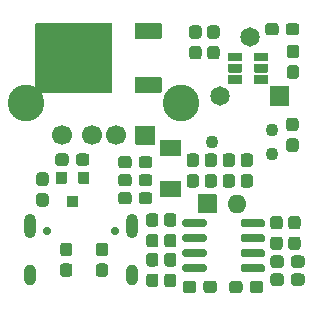
<source format=gbr>
%TF.GenerationSoftware,KiCad,Pcbnew,(5.1.8-0-10_14)*%
%TF.CreationDate,2021-01-24T23:40:28+01:00*%
%TF.ProjectId,clapruptor,636c6170-7275-4707-946f-722e6b696361,rev?*%
%TF.SameCoordinates,Original*%
%TF.FileFunction,Soldermask,Bot*%
%TF.FilePolarity,Negative*%
%FSLAX46Y46*%
G04 Gerber Fmt 4.6, Leading zero omitted, Abs format (unit mm)*
G04 Created by KiCad (PCBNEW (5.1.8-0-10_14)) date 2021-01-24 23:40:28*
%MOMM*%
%LPD*%
G01*
G04 APERTURE LIST*
%ADD10C,1.650000*%
%ADD11O,1.600000X1.600000*%
%ADD12C,0.700000*%
%ADD13O,1.000000X1.800000*%
%ADD14O,1.000000X2.100000*%
%ADD15C,1.090600*%
%ADD16C,1.700000*%
%ADD17C,3.100000*%
G04 APERTURE END LIST*
D10*
%TO.C,RV1*%
X165063800Y-75010000D03*
G36*
G01*
X168388800Y-79235000D02*
X168388800Y-80785000D01*
G75*
G02*
X168338800Y-80835000I-50000J0D01*
G01*
X166788800Y-80835000D01*
G75*
G02*
X166738800Y-80785000I0J50000D01*
G01*
X166738800Y-79235000D01*
G75*
G02*
X166788800Y-79185000I50000J0D01*
G01*
X168338800Y-79185000D01*
G75*
G02*
X168388800Y-79235000I0J-50000D01*
G01*
G37*
X162563800Y-80010000D03*
%TD*%
%TO.C,R8*%
G36*
G01*
X168092400Y-74596900D02*
X168092400Y-74071900D01*
G75*
G02*
X168354900Y-73809400I262500J0D01*
G01*
X168979900Y-73809400D01*
G75*
G02*
X169242400Y-74071900I0J-262500D01*
G01*
X169242400Y-74596900D01*
G75*
G02*
X168979900Y-74859400I-262500J0D01*
G01*
X168354900Y-74859400D01*
G75*
G02*
X168092400Y-74596900I0J262500D01*
G01*
G37*
G36*
G01*
X166342400Y-74596900D02*
X166342400Y-74071900D01*
G75*
G02*
X166604900Y-73809400I262500J0D01*
G01*
X167229900Y-73809400D01*
G75*
G02*
X167492400Y-74071900I0J-262500D01*
G01*
X167492400Y-74596900D01*
G75*
G02*
X167229900Y-74859400I-262500J0D01*
G01*
X166604900Y-74859400D01*
G75*
G02*
X166342400Y-74596900I0J262500D01*
G01*
G37*
%TD*%
%TO.C,C1*%
G36*
G01*
X165043100Y-96426900D02*
X165043100Y-95901900D01*
G75*
G02*
X165305600Y-95639400I262500J0D01*
G01*
X165930600Y-95639400D01*
G75*
G02*
X166193100Y-95901900I0J-262500D01*
G01*
X166193100Y-96426900D01*
G75*
G02*
X165930600Y-96689400I-262500J0D01*
G01*
X165305600Y-96689400D01*
G75*
G02*
X165043100Y-96426900I0J262500D01*
G01*
G37*
G36*
G01*
X163293100Y-96426900D02*
X163293100Y-95901900D01*
G75*
G02*
X163555600Y-95639400I262500J0D01*
G01*
X164180600Y-95639400D01*
G75*
G02*
X164443100Y-95901900I0J-262500D01*
G01*
X164443100Y-96426900D01*
G75*
G02*
X164180600Y-96689400I-262500J0D01*
G01*
X163555600Y-96689400D01*
G75*
G02*
X163293100Y-96426900I0J262500D01*
G01*
G37*
%TD*%
%TO.C,R9*%
G36*
G01*
X158055700Y-91662500D02*
X158580700Y-91662500D01*
G75*
G02*
X158843200Y-91925000I0J-262500D01*
G01*
X158843200Y-92550000D01*
G75*
G02*
X158580700Y-92812500I-262500J0D01*
G01*
X158055700Y-92812500D01*
G75*
G02*
X157793200Y-92550000I0J262500D01*
G01*
X157793200Y-91925000D01*
G75*
G02*
X158055700Y-91662500I262500J0D01*
G01*
G37*
G36*
G01*
X158055700Y-89912500D02*
X158580700Y-89912500D01*
G75*
G02*
X158843200Y-90175000I0J-262500D01*
G01*
X158843200Y-90800000D01*
G75*
G02*
X158580700Y-91062500I-262500J0D01*
G01*
X158055700Y-91062500D01*
G75*
G02*
X157793200Y-90800000I0J262500D01*
G01*
X157793200Y-90175000D01*
G75*
G02*
X158055700Y-89912500I262500J0D01*
G01*
G37*
%TD*%
%TO.C,MK1*%
G36*
G01*
X160692400Y-88328600D02*
X162192400Y-88328600D01*
G75*
G02*
X162242400Y-88378600I0J-50000D01*
G01*
X162242400Y-89878600D01*
G75*
G02*
X162192400Y-89928600I-50000J0D01*
G01*
X160692400Y-89928600D01*
G75*
G02*
X160642400Y-89878600I0J50000D01*
G01*
X160642400Y-88378600D01*
G75*
G02*
X160692400Y-88328600I50000J0D01*
G01*
G37*
D11*
X163982400Y-89128600D03*
%TD*%
%TO.C,R11*%
G36*
G01*
X163533700Y-86007900D02*
X163008700Y-86007900D01*
G75*
G02*
X162746200Y-85745400I0J262500D01*
G01*
X162746200Y-85120400D01*
G75*
G02*
X163008700Y-84857900I262500J0D01*
G01*
X163533700Y-84857900D01*
G75*
G02*
X163796200Y-85120400I0J-262500D01*
G01*
X163796200Y-85745400D01*
G75*
G02*
X163533700Y-86007900I-262500J0D01*
G01*
G37*
G36*
G01*
X163533700Y-87757900D02*
X163008700Y-87757900D01*
G75*
G02*
X162746200Y-87495400I0J262500D01*
G01*
X162746200Y-86870400D01*
G75*
G02*
X163008700Y-86607900I262500J0D01*
G01*
X163533700Y-86607900D01*
G75*
G02*
X163796200Y-86870400I0J-262500D01*
G01*
X163796200Y-87495400D01*
G75*
G02*
X163533700Y-87757900I-262500J0D01*
G01*
G37*
%TD*%
%TO.C,C9*%
G36*
G01*
X162009700Y-86007900D02*
X161484700Y-86007900D01*
G75*
G02*
X161222200Y-85745400I0J262500D01*
G01*
X161222200Y-85120400D01*
G75*
G02*
X161484700Y-84857900I262500J0D01*
G01*
X162009700Y-84857900D01*
G75*
G02*
X162272200Y-85120400I0J-262500D01*
G01*
X162272200Y-85745400D01*
G75*
G02*
X162009700Y-86007900I-262500J0D01*
G01*
G37*
G36*
G01*
X162009700Y-87757900D02*
X161484700Y-87757900D01*
G75*
G02*
X161222200Y-87495400I0J262500D01*
G01*
X161222200Y-86870400D01*
G75*
G02*
X161484700Y-86607900I262500J0D01*
G01*
X162009700Y-86607900D01*
G75*
G02*
X162272200Y-86870400I0J-262500D01*
G01*
X162272200Y-87495400D01*
G75*
G02*
X162009700Y-87757900I-262500J0D01*
G01*
G37*
%TD*%
%TO.C,R14*%
G36*
G01*
X165057700Y-86007900D02*
X164532700Y-86007900D01*
G75*
G02*
X164270200Y-85745400I0J262500D01*
G01*
X164270200Y-85120400D01*
G75*
G02*
X164532700Y-84857900I262500J0D01*
G01*
X165057700Y-84857900D01*
G75*
G02*
X165320200Y-85120400I0J-262500D01*
G01*
X165320200Y-85745400D01*
G75*
G02*
X165057700Y-86007900I-262500J0D01*
G01*
G37*
G36*
G01*
X165057700Y-87757900D02*
X164532700Y-87757900D01*
G75*
G02*
X164270200Y-87495400I0J262500D01*
G01*
X164270200Y-86870400D01*
G75*
G02*
X164532700Y-86607900I262500J0D01*
G01*
X165057700Y-86607900D01*
G75*
G02*
X165320200Y-86870400I0J-262500D01*
G01*
X165320200Y-87495400D01*
G75*
G02*
X165057700Y-87757900I-262500J0D01*
G01*
G37*
%TD*%
%TO.C,R17*%
G36*
G01*
X161120100Y-96414200D02*
X161120100Y-95889200D01*
G75*
G02*
X161382600Y-95626700I262500J0D01*
G01*
X162007600Y-95626700D01*
G75*
G02*
X162270100Y-95889200I0J-262500D01*
G01*
X162270100Y-96414200D01*
G75*
G02*
X162007600Y-96676700I-262500J0D01*
G01*
X161382600Y-96676700D01*
G75*
G02*
X161120100Y-96414200I0J262500D01*
G01*
G37*
G36*
G01*
X159370100Y-96414200D02*
X159370100Y-95889200D01*
G75*
G02*
X159632600Y-95626700I262500J0D01*
G01*
X160257600Y-95626700D01*
G75*
G02*
X160520100Y-95889200I0J-262500D01*
G01*
X160520100Y-96414200D01*
G75*
G02*
X160257600Y-96676700I-262500J0D01*
G01*
X159632600Y-96676700D01*
G75*
G02*
X159370100Y-96414200I0J262500D01*
G01*
G37*
%TD*%
%TO.C,C11*%
G36*
G01*
X168393500Y-83575200D02*
X168918500Y-83575200D01*
G75*
G02*
X169181000Y-83837700I0J-262500D01*
G01*
X169181000Y-84462700D01*
G75*
G02*
X168918500Y-84725200I-262500J0D01*
G01*
X168393500Y-84725200D01*
G75*
G02*
X168131000Y-84462700I0J262500D01*
G01*
X168131000Y-83837700D01*
G75*
G02*
X168393500Y-83575200I262500J0D01*
G01*
G37*
G36*
G01*
X168393500Y-81825200D02*
X168918500Y-81825200D01*
G75*
G02*
X169181000Y-82087700I0J-262500D01*
G01*
X169181000Y-82712700D01*
G75*
G02*
X168918500Y-82975200I-262500J0D01*
G01*
X168393500Y-82975200D01*
G75*
G02*
X168131000Y-82712700I0J262500D01*
G01*
X168131000Y-82087700D01*
G75*
G02*
X168393500Y-81825200I262500J0D01*
G01*
G37*
%TD*%
%TO.C,D1*%
G36*
G01*
X157455500Y-87178800D02*
X159155500Y-87178800D01*
G75*
G02*
X159205500Y-87228800I0J-50000D01*
G01*
X159205500Y-88528800D01*
G75*
G02*
X159155500Y-88578800I-50000J0D01*
G01*
X157455500Y-88578800D01*
G75*
G02*
X157405500Y-88528800I0J50000D01*
G01*
X157405500Y-87228800D01*
G75*
G02*
X157455500Y-87178800I50000J0D01*
G01*
G37*
G36*
G01*
X157455500Y-83678800D02*
X159155500Y-83678800D01*
G75*
G02*
X159205500Y-83728800I0J-50000D01*
G01*
X159205500Y-85028800D01*
G75*
G02*
X159155500Y-85078800I-50000J0D01*
G01*
X157455500Y-85078800D01*
G75*
G02*
X157405500Y-85028800I0J50000D01*
G01*
X157405500Y-83728800D01*
G75*
G02*
X157455500Y-83678800I50000J0D01*
G01*
G37*
%TD*%
%TO.C,R16*%
G36*
G01*
X152789500Y-93564400D02*
X152264500Y-93564400D01*
G75*
G02*
X152002000Y-93301900I0J262500D01*
G01*
X152002000Y-92676900D01*
G75*
G02*
X152264500Y-92414400I262500J0D01*
G01*
X152789500Y-92414400D01*
G75*
G02*
X153052000Y-92676900I0J-262500D01*
G01*
X153052000Y-93301900D01*
G75*
G02*
X152789500Y-93564400I-262500J0D01*
G01*
G37*
G36*
G01*
X152789500Y-95314400D02*
X152264500Y-95314400D01*
G75*
G02*
X152002000Y-95051900I0J262500D01*
G01*
X152002000Y-94426900D01*
G75*
G02*
X152264500Y-94164400I262500J0D01*
G01*
X152789500Y-94164400D01*
G75*
G02*
X153052000Y-94426900I0J-262500D01*
G01*
X153052000Y-95051900D01*
G75*
G02*
X152789500Y-95314400I-262500J0D01*
G01*
G37*
%TD*%
%TO.C,R15*%
G36*
G01*
X149766900Y-93564400D02*
X149241900Y-93564400D01*
G75*
G02*
X148979400Y-93301900I0J262500D01*
G01*
X148979400Y-92676900D01*
G75*
G02*
X149241900Y-92414400I262500J0D01*
G01*
X149766900Y-92414400D01*
G75*
G02*
X150029400Y-92676900I0J-262500D01*
G01*
X150029400Y-93301900D01*
G75*
G02*
X149766900Y-93564400I-262500J0D01*
G01*
G37*
G36*
G01*
X149766900Y-95314400D02*
X149241900Y-95314400D01*
G75*
G02*
X148979400Y-95051900I0J262500D01*
G01*
X148979400Y-94426900D01*
G75*
G02*
X149241900Y-94164400I262500J0D01*
G01*
X149766900Y-94164400D01*
G75*
G02*
X150029400Y-94426900I0J-262500D01*
G01*
X150029400Y-95051900D01*
G75*
G02*
X149766900Y-95314400I-262500J0D01*
G01*
G37*
%TD*%
D12*
%TO.C,J4*%
X147873700Y-91445700D03*
X153653700Y-91445700D03*
D13*
X155083700Y-95135700D03*
X146443700Y-95135700D03*
D14*
X155083700Y-90965700D03*
X146443700Y-90965700D03*
%TD*%
D15*
%TO.C,J3*%
X161823400Y-83870800D03*
X166903400Y-84886800D03*
X166903400Y-82854800D03*
%TD*%
%TO.C,R13*%
G36*
G01*
X162225600Y-75149400D02*
X161700600Y-75149400D01*
G75*
G02*
X161438100Y-74886900I0J262500D01*
G01*
X161438100Y-74261900D01*
G75*
G02*
X161700600Y-73999400I262500J0D01*
G01*
X162225600Y-73999400D01*
G75*
G02*
X162488100Y-74261900I0J-262500D01*
G01*
X162488100Y-74886900D01*
G75*
G02*
X162225600Y-75149400I-262500J0D01*
G01*
G37*
G36*
G01*
X162225600Y-76899400D02*
X161700600Y-76899400D01*
G75*
G02*
X161438100Y-76636900I0J262500D01*
G01*
X161438100Y-76011900D01*
G75*
G02*
X161700600Y-75749400I262500J0D01*
G01*
X162225600Y-75749400D01*
G75*
G02*
X162488100Y-76011900I0J-262500D01*
G01*
X162488100Y-76636900D01*
G75*
G02*
X162225600Y-76899400I-262500J0D01*
G01*
G37*
%TD*%
%TO.C,R12*%
G36*
G01*
X168969300Y-76789000D02*
X168444300Y-76789000D01*
G75*
G02*
X168181800Y-76526500I0J262500D01*
G01*
X168181800Y-75901500D01*
G75*
G02*
X168444300Y-75639000I262500J0D01*
G01*
X168969300Y-75639000D01*
G75*
G02*
X169231800Y-75901500I0J-262500D01*
G01*
X169231800Y-76526500D01*
G75*
G02*
X168969300Y-76789000I-262500J0D01*
G01*
G37*
G36*
G01*
X168969300Y-78539000D02*
X168444300Y-78539000D01*
G75*
G02*
X168181800Y-78276500I0J262500D01*
G01*
X168181800Y-77651500D01*
G75*
G02*
X168444300Y-77389000I262500J0D01*
G01*
X168969300Y-77389000D01*
G75*
G02*
X169231800Y-77651500I0J-262500D01*
G01*
X169231800Y-78276500D01*
G75*
G02*
X168969300Y-78539000I-262500J0D01*
G01*
G37*
%TD*%
%TO.C,U3*%
G36*
G01*
X149637800Y-88422100D02*
X150437800Y-88422100D01*
G75*
G02*
X150487800Y-88472100I0J-50000D01*
G01*
X150487800Y-89372100D01*
G75*
G02*
X150437800Y-89422100I-50000J0D01*
G01*
X149637800Y-89422100D01*
G75*
G02*
X149587800Y-89372100I0J50000D01*
G01*
X149587800Y-88472100D01*
G75*
G02*
X149637800Y-88422100I50000J0D01*
G01*
G37*
G36*
G01*
X150587800Y-86422100D02*
X151387800Y-86422100D01*
G75*
G02*
X151437800Y-86472100I0J-50000D01*
G01*
X151437800Y-87372100D01*
G75*
G02*
X151387800Y-87422100I-50000J0D01*
G01*
X150587800Y-87422100D01*
G75*
G02*
X150537800Y-87372100I0J50000D01*
G01*
X150537800Y-86472100D01*
G75*
G02*
X150587800Y-86422100I50000J0D01*
G01*
G37*
G36*
G01*
X148687800Y-86422100D02*
X149487800Y-86422100D01*
G75*
G02*
X149537800Y-86472100I0J-50000D01*
G01*
X149537800Y-87372100D01*
G75*
G02*
X149487800Y-87422100I-50000J0D01*
G01*
X148687800Y-87422100D01*
G75*
G02*
X148637800Y-87372100I0J50000D01*
G01*
X148637800Y-86472100D01*
G75*
G02*
X148687800Y-86422100I50000J0D01*
G01*
G37*
%TD*%
%TO.C,U2*%
G36*
G01*
X165411900Y-77960100D02*
X165411900Y-77310100D01*
G75*
G02*
X165461900Y-77260100I50000J0D01*
G01*
X166521900Y-77260100D01*
G75*
G02*
X166571900Y-77310100I0J-50000D01*
G01*
X166571900Y-77960100D01*
G75*
G02*
X166521900Y-78010100I-50000J0D01*
G01*
X165461900Y-78010100D01*
G75*
G02*
X165411900Y-77960100I0J50000D01*
G01*
G37*
G36*
G01*
X165411900Y-78910100D02*
X165411900Y-78260100D01*
G75*
G02*
X165461900Y-78210100I50000J0D01*
G01*
X166521900Y-78210100D01*
G75*
G02*
X166571900Y-78260100I0J-50000D01*
G01*
X166571900Y-78910100D01*
G75*
G02*
X166521900Y-78960100I-50000J0D01*
G01*
X165461900Y-78960100D01*
G75*
G02*
X165411900Y-78910100I0J50000D01*
G01*
G37*
G36*
G01*
X165411900Y-77010100D02*
X165411900Y-76360100D01*
G75*
G02*
X165461900Y-76310100I50000J0D01*
G01*
X166521900Y-76310100D01*
G75*
G02*
X166571900Y-76360100I0J-50000D01*
G01*
X166571900Y-77010100D01*
G75*
G02*
X166521900Y-77060100I-50000J0D01*
G01*
X165461900Y-77060100D01*
G75*
G02*
X165411900Y-77010100I0J50000D01*
G01*
G37*
G36*
G01*
X163211900Y-77010100D02*
X163211900Y-76360100D01*
G75*
G02*
X163261900Y-76310100I50000J0D01*
G01*
X164321900Y-76310100D01*
G75*
G02*
X164371900Y-76360100I0J-50000D01*
G01*
X164371900Y-77010100D01*
G75*
G02*
X164321900Y-77060100I-50000J0D01*
G01*
X163261900Y-77060100D01*
G75*
G02*
X163211900Y-77010100I0J50000D01*
G01*
G37*
G36*
G01*
X163211900Y-77960100D02*
X163211900Y-77310100D01*
G75*
G02*
X163261900Y-77260100I50000J0D01*
G01*
X164321900Y-77260100D01*
G75*
G02*
X164371900Y-77310100I0J-50000D01*
G01*
X164371900Y-77960100D01*
G75*
G02*
X164321900Y-78010100I-50000J0D01*
G01*
X163261900Y-78010100D01*
G75*
G02*
X163211900Y-77960100I0J50000D01*
G01*
G37*
G36*
G01*
X163211900Y-78910100D02*
X163211900Y-78260100D01*
G75*
G02*
X163261900Y-78210100I50000J0D01*
G01*
X164321900Y-78210100D01*
G75*
G02*
X164371900Y-78260100I0J-50000D01*
G01*
X164371900Y-78910100D01*
G75*
G02*
X164321900Y-78960100I-50000J0D01*
G01*
X163261900Y-78960100D01*
G75*
G02*
X163211900Y-78910100I0J50000D01*
G01*
G37*
%TD*%
%TO.C,U1*%
G36*
G01*
X161387900Y-90579200D02*
X161387900Y-90929200D01*
G75*
G02*
X161212900Y-91104200I-175000J0D01*
G01*
X159512900Y-91104200D01*
G75*
G02*
X159337900Y-90929200I0J175000D01*
G01*
X159337900Y-90579200D01*
G75*
G02*
X159512900Y-90404200I175000J0D01*
G01*
X161212900Y-90404200D01*
G75*
G02*
X161387900Y-90579200I0J-175000D01*
G01*
G37*
G36*
G01*
X161387900Y-91849200D02*
X161387900Y-92199200D01*
G75*
G02*
X161212900Y-92374200I-175000J0D01*
G01*
X159512900Y-92374200D01*
G75*
G02*
X159337900Y-92199200I0J175000D01*
G01*
X159337900Y-91849200D01*
G75*
G02*
X159512900Y-91674200I175000J0D01*
G01*
X161212900Y-91674200D01*
G75*
G02*
X161387900Y-91849200I0J-175000D01*
G01*
G37*
G36*
G01*
X161387900Y-93119200D02*
X161387900Y-93469200D01*
G75*
G02*
X161212900Y-93644200I-175000J0D01*
G01*
X159512900Y-93644200D01*
G75*
G02*
X159337900Y-93469200I0J175000D01*
G01*
X159337900Y-93119200D01*
G75*
G02*
X159512900Y-92944200I175000J0D01*
G01*
X161212900Y-92944200D01*
G75*
G02*
X161387900Y-93119200I0J-175000D01*
G01*
G37*
G36*
G01*
X161387900Y-94389200D02*
X161387900Y-94739200D01*
G75*
G02*
X161212900Y-94914200I-175000J0D01*
G01*
X159512900Y-94914200D01*
G75*
G02*
X159337900Y-94739200I0J175000D01*
G01*
X159337900Y-94389200D01*
G75*
G02*
X159512900Y-94214200I175000J0D01*
G01*
X161212900Y-94214200D01*
G75*
G02*
X161387900Y-94389200I0J-175000D01*
G01*
G37*
G36*
G01*
X166337900Y-94389200D02*
X166337900Y-94739200D01*
G75*
G02*
X166162900Y-94914200I-175000J0D01*
G01*
X164462900Y-94914200D01*
G75*
G02*
X164287900Y-94739200I0J175000D01*
G01*
X164287900Y-94389200D01*
G75*
G02*
X164462900Y-94214200I175000J0D01*
G01*
X166162900Y-94214200D01*
G75*
G02*
X166337900Y-94389200I0J-175000D01*
G01*
G37*
G36*
G01*
X166337900Y-93119200D02*
X166337900Y-93469200D01*
G75*
G02*
X166162900Y-93644200I-175000J0D01*
G01*
X164462900Y-93644200D01*
G75*
G02*
X164287900Y-93469200I0J175000D01*
G01*
X164287900Y-93119200D01*
G75*
G02*
X164462900Y-92944200I175000J0D01*
G01*
X166162900Y-92944200D01*
G75*
G02*
X166337900Y-93119200I0J-175000D01*
G01*
G37*
G36*
G01*
X166337900Y-91849200D02*
X166337900Y-92199200D01*
G75*
G02*
X166162900Y-92374200I-175000J0D01*
G01*
X164462900Y-92374200D01*
G75*
G02*
X164287900Y-92199200I0J175000D01*
G01*
X164287900Y-91849200D01*
G75*
G02*
X164462900Y-91674200I175000J0D01*
G01*
X166162900Y-91674200D01*
G75*
G02*
X166337900Y-91849200I0J-175000D01*
G01*
G37*
G36*
G01*
X166337900Y-90579200D02*
X166337900Y-90929200D01*
G75*
G02*
X166162900Y-91104200I-175000J0D01*
G01*
X164462900Y-91104200D01*
G75*
G02*
X164287900Y-90929200I0J175000D01*
G01*
X164287900Y-90579200D01*
G75*
G02*
X164462900Y-90404200I175000J0D01*
G01*
X166162900Y-90404200D01*
G75*
G02*
X166337900Y-90579200I0J-175000D01*
G01*
G37*
%TD*%
%TO.C,R10*%
G36*
G01*
X160485700Y-86007900D02*
X159960700Y-86007900D01*
G75*
G02*
X159698200Y-85745400I0J262500D01*
G01*
X159698200Y-85120400D01*
G75*
G02*
X159960700Y-84857900I262500J0D01*
G01*
X160485700Y-84857900D01*
G75*
G02*
X160748200Y-85120400I0J-262500D01*
G01*
X160748200Y-85745400D01*
G75*
G02*
X160485700Y-86007900I-262500J0D01*
G01*
G37*
G36*
G01*
X160485700Y-87757900D02*
X159960700Y-87757900D01*
G75*
G02*
X159698200Y-87495400I0J262500D01*
G01*
X159698200Y-86870400D01*
G75*
G02*
X159960700Y-86607900I262500J0D01*
G01*
X160485700Y-86607900D01*
G75*
G02*
X160748200Y-86870400I0J-262500D01*
G01*
X160748200Y-87495400D01*
G75*
G02*
X160485700Y-87757900I-262500J0D01*
G01*
G37*
%TD*%
%TO.C,R7*%
G36*
G01*
X156531700Y-91665100D02*
X157056700Y-91665100D01*
G75*
G02*
X157319200Y-91927600I0J-262500D01*
G01*
X157319200Y-92552600D01*
G75*
G02*
X157056700Y-92815100I-262500J0D01*
G01*
X156531700Y-92815100D01*
G75*
G02*
X156269200Y-92552600I0J262500D01*
G01*
X156269200Y-91927600D01*
G75*
G02*
X156531700Y-91665100I262500J0D01*
G01*
G37*
G36*
G01*
X156531700Y-89915100D02*
X157056700Y-89915100D01*
G75*
G02*
X157319200Y-90177600I0J-262500D01*
G01*
X157319200Y-90802600D01*
G75*
G02*
X157056700Y-91065100I-262500J0D01*
G01*
X156531700Y-91065100D01*
G75*
G02*
X156269200Y-90802600I0J262500D01*
G01*
X156269200Y-90177600D01*
G75*
G02*
X156531700Y-89915100I262500J0D01*
G01*
G37*
%TD*%
%TO.C,R6*%
G36*
G01*
X157056700Y-94428000D02*
X156531700Y-94428000D01*
G75*
G02*
X156269200Y-94165500I0J262500D01*
G01*
X156269200Y-93540500D01*
G75*
G02*
X156531700Y-93278000I262500J0D01*
G01*
X157056700Y-93278000D01*
G75*
G02*
X157319200Y-93540500I0J-262500D01*
G01*
X157319200Y-94165500D01*
G75*
G02*
X157056700Y-94428000I-262500J0D01*
G01*
G37*
G36*
G01*
X157056700Y-96178000D02*
X156531700Y-96178000D01*
G75*
G02*
X156269200Y-95915500I0J262500D01*
G01*
X156269200Y-95290500D01*
G75*
G02*
X156531700Y-95028000I262500J0D01*
G01*
X157056700Y-95028000D01*
G75*
G02*
X157319200Y-95290500I0J-262500D01*
G01*
X157319200Y-95915500D01*
G75*
G02*
X157056700Y-96178000I-262500J0D01*
G01*
G37*
%TD*%
%TO.C,R5*%
G36*
G01*
X167047300Y-91891100D02*
X167572300Y-91891100D01*
G75*
G02*
X167834800Y-92153600I0J-262500D01*
G01*
X167834800Y-92778600D01*
G75*
G02*
X167572300Y-93041100I-262500J0D01*
G01*
X167047300Y-93041100D01*
G75*
G02*
X166784800Y-92778600I0J262500D01*
G01*
X166784800Y-92153600D01*
G75*
G02*
X167047300Y-91891100I262500J0D01*
G01*
G37*
G36*
G01*
X167047300Y-90141100D02*
X167572300Y-90141100D01*
G75*
G02*
X167834800Y-90403600I0J-262500D01*
G01*
X167834800Y-91028600D01*
G75*
G02*
X167572300Y-91291100I-262500J0D01*
G01*
X167047300Y-91291100D01*
G75*
G02*
X166784800Y-91028600I0J262500D01*
G01*
X166784800Y-90403600D01*
G75*
G02*
X167047300Y-90141100I262500J0D01*
G01*
G37*
%TD*%
%TO.C,R4*%
G36*
G01*
X155645160Y-88908500D02*
X155645160Y-88383500D01*
G75*
G02*
X155907660Y-88121000I262500J0D01*
G01*
X156532660Y-88121000D01*
G75*
G02*
X156795160Y-88383500I0J-262500D01*
G01*
X156795160Y-88908500D01*
G75*
G02*
X156532660Y-89171000I-262500J0D01*
G01*
X155907660Y-89171000D01*
G75*
G02*
X155645160Y-88908500I0J262500D01*
G01*
G37*
G36*
G01*
X153895160Y-88908500D02*
X153895160Y-88383500D01*
G75*
G02*
X154157660Y-88121000I262500J0D01*
G01*
X154782660Y-88121000D01*
G75*
G02*
X155045160Y-88383500I0J-262500D01*
G01*
X155045160Y-88908500D01*
G75*
G02*
X154782660Y-89171000I-262500J0D01*
G01*
X154157660Y-89171000D01*
G75*
G02*
X153895160Y-88908500I0J262500D01*
G01*
G37*
%TD*%
%TO.C,R3*%
G36*
G01*
X155045160Y-85335500D02*
X155045160Y-85860500D01*
G75*
G02*
X154782660Y-86123000I-262500J0D01*
G01*
X154157660Y-86123000D01*
G75*
G02*
X153895160Y-85860500I0J262500D01*
G01*
X153895160Y-85335500D01*
G75*
G02*
X154157660Y-85073000I262500J0D01*
G01*
X154782660Y-85073000D01*
G75*
G02*
X155045160Y-85335500I0J-262500D01*
G01*
G37*
G36*
G01*
X156795160Y-85335500D02*
X156795160Y-85860500D01*
G75*
G02*
X156532660Y-86123000I-262500J0D01*
G01*
X155907660Y-86123000D01*
G75*
G02*
X155645160Y-85860500I0J262500D01*
G01*
X155645160Y-85335500D01*
G75*
G02*
X155907660Y-85073000I262500J0D01*
G01*
X156532660Y-85073000D01*
G75*
G02*
X156795160Y-85335500I0J-262500D01*
G01*
G37*
%TD*%
%TO.C,R2*%
G36*
G01*
X168558600Y-91891100D02*
X169083600Y-91891100D01*
G75*
G02*
X169346100Y-92153600I0J-262500D01*
G01*
X169346100Y-92778600D01*
G75*
G02*
X169083600Y-93041100I-262500J0D01*
G01*
X168558600Y-93041100D01*
G75*
G02*
X168296100Y-92778600I0J262500D01*
G01*
X168296100Y-92153600D01*
G75*
G02*
X168558600Y-91891100I262500J0D01*
G01*
G37*
G36*
G01*
X168558600Y-90141100D02*
X169083600Y-90141100D01*
G75*
G02*
X169346100Y-90403600I0J-262500D01*
G01*
X169346100Y-91028600D01*
G75*
G02*
X169083600Y-91291100I-262500J0D01*
G01*
X168558600Y-91291100D01*
G75*
G02*
X168296100Y-91028600I0J262500D01*
G01*
X168296100Y-90403600D01*
G75*
G02*
X168558600Y-90141100I262500J0D01*
G01*
G37*
%TD*%
%TO.C,R1*%
G36*
G01*
X168535600Y-95804600D02*
X168535600Y-95279600D01*
G75*
G02*
X168798100Y-95017100I262500J0D01*
G01*
X169423100Y-95017100D01*
G75*
G02*
X169685600Y-95279600I0J-262500D01*
G01*
X169685600Y-95804600D01*
G75*
G02*
X169423100Y-96067100I-262500J0D01*
G01*
X168798100Y-96067100D01*
G75*
G02*
X168535600Y-95804600I0J262500D01*
G01*
G37*
G36*
G01*
X166785600Y-95804600D02*
X166785600Y-95279600D01*
G75*
G02*
X167048100Y-95017100I262500J0D01*
G01*
X167673100Y-95017100D01*
G75*
G02*
X167935600Y-95279600I0J-262500D01*
G01*
X167935600Y-95804600D01*
G75*
G02*
X167673100Y-96067100I-262500J0D01*
G01*
X167048100Y-96067100D01*
G75*
G02*
X166785600Y-95804600I0J262500D01*
G01*
G37*
%TD*%
%TO.C,Q1*%
G36*
G01*
X153400700Y-73872500D02*
X153400700Y-79672500D01*
G75*
G02*
X153350700Y-79722500I-50000J0D01*
G01*
X146950700Y-79722500D01*
G75*
G02*
X146900700Y-79672500I0J50000D01*
G01*
X146900700Y-73872500D01*
G75*
G02*
X146950700Y-73822500I50000J0D01*
G01*
X153350700Y-73822500D01*
G75*
G02*
X153400700Y-73872500I0J-50000D01*
G01*
G37*
G36*
G01*
X157600700Y-78452500D02*
X157600700Y-79652500D01*
G75*
G02*
X157550700Y-79702500I-50000J0D01*
G01*
X155350700Y-79702500D01*
G75*
G02*
X155300700Y-79652500I0J50000D01*
G01*
X155300700Y-78452500D01*
G75*
G02*
X155350700Y-78402500I50000J0D01*
G01*
X157550700Y-78402500D01*
G75*
G02*
X157600700Y-78452500I0J-50000D01*
G01*
G37*
G36*
G01*
X157600700Y-73892500D02*
X157600700Y-75092500D01*
G75*
G02*
X157550700Y-75142500I-50000J0D01*
G01*
X155350700Y-75142500D01*
G75*
G02*
X155300700Y-75092500I0J50000D01*
G01*
X155300700Y-73892500D01*
G75*
G02*
X155350700Y-73842500I50000J0D01*
G01*
X157550700Y-73842500D01*
G75*
G02*
X157600700Y-73892500I0J-50000D01*
G01*
G37*
%TD*%
D16*
%TO.C,J2*%
X149188000Y-83304200D03*
X151688000Y-83304200D03*
X153688000Y-83304200D03*
G36*
G01*
X157038000Y-82554200D02*
X157038000Y-84054200D01*
G75*
G02*
X156988000Y-84104200I-50000J0D01*
G01*
X155388000Y-84104200D01*
G75*
G02*
X155338000Y-84054200I0J50000D01*
G01*
X155338000Y-82554200D01*
G75*
G02*
X155388000Y-82504200I50000J0D01*
G01*
X156988000Y-82504200D01*
G75*
G02*
X157038000Y-82554200I0J-50000D01*
G01*
G37*
D17*
X146118000Y-80594200D03*
X159258000Y-80594200D03*
%TD*%
%TO.C,C8*%
G36*
G01*
X158580700Y-94430600D02*
X158055700Y-94430600D01*
G75*
G02*
X157793200Y-94168100I0J262500D01*
G01*
X157793200Y-93543100D01*
G75*
G02*
X158055700Y-93280600I262500J0D01*
G01*
X158580700Y-93280600D01*
G75*
G02*
X158843200Y-93543100I0J-262500D01*
G01*
X158843200Y-94168100D01*
G75*
G02*
X158580700Y-94430600I-262500J0D01*
G01*
G37*
G36*
G01*
X158580700Y-96180600D02*
X158055700Y-96180600D01*
G75*
G02*
X157793200Y-95918100I0J262500D01*
G01*
X157793200Y-95293100D01*
G75*
G02*
X158055700Y-95030600I262500J0D01*
G01*
X158580700Y-95030600D01*
G75*
G02*
X158843200Y-95293100I0J-262500D01*
G01*
X158843200Y-95918100D01*
G75*
G02*
X158580700Y-96180600I-262500J0D01*
G01*
G37*
%TD*%
%TO.C,C7*%
G36*
G01*
X160701600Y-75149400D02*
X160176600Y-75149400D01*
G75*
G02*
X159914100Y-74886900I0J262500D01*
G01*
X159914100Y-74261900D01*
G75*
G02*
X160176600Y-73999400I262500J0D01*
G01*
X160701600Y-73999400D01*
G75*
G02*
X160964100Y-74261900I0J-262500D01*
G01*
X160964100Y-74886900D01*
G75*
G02*
X160701600Y-75149400I-262500J0D01*
G01*
G37*
G36*
G01*
X160701600Y-76899400D02*
X160176600Y-76899400D01*
G75*
G02*
X159914100Y-76636900I0J262500D01*
G01*
X159914100Y-76011900D01*
G75*
G02*
X160176600Y-75749400I262500J0D01*
G01*
X160701600Y-75749400D01*
G75*
G02*
X160964100Y-76011900I0J-262500D01*
G01*
X160964100Y-76636900D01*
G75*
G02*
X160701600Y-76899400I-262500J0D01*
G01*
G37*
%TD*%
%TO.C,C6*%
G36*
G01*
X149723800Y-85119600D02*
X149723800Y-85644600D01*
G75*
G02*
X149461300Y-85907100I-262500J0D01*
G01*
X148836300Y-85907100D01*
G75*
G02*
X148573800Y-85644600I0J262500D01*
G01*
X148573800Y-85119600D01*
G75*
G02*
X148836300Y-84857100I262500J0D01*
G01*
X149461300Y-84857100D01*
G75*
G02*
X149723800Y-85119600I0J-262500D01*
G01*
G37*
G36*
G01*
X151473800Y-85119600D02*
X151473800Y-85644600D01*
G75*
G02*
X151211300Y-85907100I-262500J0D01*
G01*
X150586300Y-85907100D01*
G75*
G02*
X150323800Y-85644600I0J262500D01*
G01*
X150323800Y-85119600D01*
G75*
G02*
X150586300Y-84857100I262500J0D01*
G01*
X151211300Y-84857100D01*
G75*
G02*
X151473800Y-85119600I0J-262500D01*
G01*
G37*
%TD*%
%TO.C,C5*%
G36*
G01*
X155645160Y-87384500D02*
X155645160Y-86859500D01*
G75*
G02*
X155907660Y-86597000I262500J0D01*
G01*
X156532660Y-86597000D01*
G75*
G02*
X156795160Y-86859500I0J-262500D01*
G01*
X156795160Y-87384500D01*
G75*
G02*
X156532660Y-87647000I-262500J0D01*
G01*
X155907660Y-87647000D01*
G75*
G02*
X155645160Y-87384500I0J262500D01*
G01*
G37*
G36*
G01*
X153895160Y-87384500D02*
X153895160Y-86859500D01*
G75*
G02*
X154157660Y-86597000I262500J0D01*
G01*
X154782660Y-86597000D01*
G75*
G02*
X155045160Y-86859500I0J-262500D01*
G01*
X155045160Y-87384500D01*
G75*
G02*
X154782660Y-87647000I-262500J0D01*
G01*
X154157660Y-87647000D01*
G75*
G02*
X153895160Y-87384500I0J262500D01*
G01*
G37*
%TD*%
%TO.C,C4*%
G36*
G01*
X147747600Y-87610700D02*
X147222600Y-87610700D01*
G75*
G02*
X146960100Y-87348200I0J262500D01*
G01*
X146960100Y-86723200D01*
G75*
G02*
X147222600Y-86460700I262500J0D01*
G01*
X147747600Y-86460700D01*
G75*
G02*
X148010100Y-86723200I0J-262500D01*
G01*
X148010100Y-87348200D01*
G75*
G02*
X147747600Y-87610700I-262500J0D01*
G01*
G37*
G36*
G01*
X147747600Y-89360700D02*
X147222600Y-89360700D01*
G75*
G02*
X146960100Y-89098200I0J262500D01*
G01*
X146960100Y-88473200D01*
G75*
G02*
X147222600Y-88210700I262500J0D01*
G01*
X147747600Y-88210700D01*
G75*
G02*
X148010100Y-88473200I0J-262500D01*
G01*
X148010100Y-89098200D01*
G75*
G02*
X147747600Y-89360700I-262500J0D01*
G01*
G37*
%TD*%
%TO.C,C3*%
G36*
G01*
X168535600Y-94280600D02*
X168535600Y-93755600D01*
G75*
G02*
X168798100Y-93493100I262500J0D01*
G01*
X169423100Y-93493100D01*
G75*
G02*
X169685600Y-93755600I0J-262500D01*
G01*
X169685600Y-94280600D01*
G75*
G02*
X169423100Y-94543100I-262500J0D01*
G01*
X168798100Y-94543100D01*
G75*
G02*
X168535600Y-94280600I0J262500D01*
G01*
G37*
G36*
G01*
X166785600Y-94280600D02*
X166785600Y-93755600D01*
G75*
G02*
X167048100Y-93493100I262500J0D01*
G01*
X167673100Y-93493100D01*
G75*
G02*
X167935600Y-93755600I0J-262500D01*
G01*
X167935600Y-94280600D01*
G75*
G02*
X167673100Y-94543100I-262500J0D01*
G01*
X167048100Y-94543100D01*
G75*
G02*
X166785600Y-94280600I0J262500D01*
G01*
G37*
%TD*%
M02*

</source>
